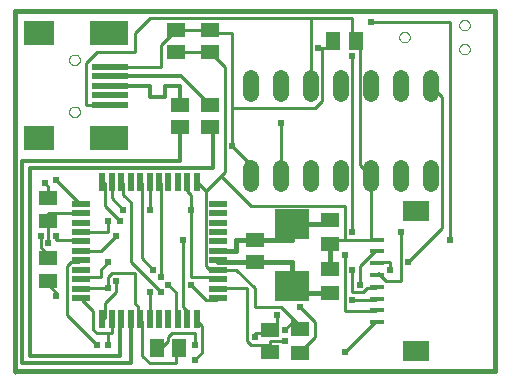
<source format=gtl>
G75*
%MOIN*%
%OFA0B0*%
%FSLAX25Y25*%
%IPPOS*%
%LPD*%
%AMOC8*
5,1,8,0,0,1.08239X$1,22.5*
%
%ADD10C,0.00000*%
%ADD11C,0.01600*%
%ADD12R,0.06299X0.05118*%
%ADD13R,0.05118X0.06299*%
%ADD14R,0.01969X0.05906*%
%ADD15R,0.05906X0.01969*%
%ADD16R,0.11811X0.09843*%
%ADD17R,0.09843X0.07874*%
%ADD18R,0.12992X0.07874*%
%ADD19R,0.12205X0.01969*%
%ADD20R,0.05906X0.05118*%
%ADD21C,0.05200*%
%ADD22R,0.05118X0.05906*%
%ADD23R,0.05118X0.01181*%
%ADD24R,0.08661X0.07087*%
%ADD25C,0.01000*%
%ADD26C,0.02400*%
%ADD27C,0.01200*%
D10*
X0004500Y0001000D02*
X0004500Y0002000D01*
X0022728Y0088339D02*
X0022730Y0088423D01*
X0022736Y0088506D01*
X0022746Y0088589D01*
X0022760Y0088672D01*
X0022777Y0088754D01*
X0022799Y0088835D01*
X0022824Y0088914D01*
X0022853Y0088993D01*
X0022886Y0089070D01*
X0022922Y0089145D01*
X0022962Y0089219D01*
X0023005Y0089291D01*
X0023052Y0089360D01*
X0023102Y0089427D01*
X0023155Y0089492D01*
X0023211Y0089554D01*
X0023269Y0089614D01*
X0023331Y0089671D01*
X0023395Y0089724D01*
X0023462Y0089775D01*
X0023531Y0089822D01*
X0023602Y0089867D01*
X0023675Y0089907D01*
X0023750Y0089944D01*
X0023827Y0089978D01*
X0023905Y0090008D01*
X0023984Y0090034D01*
X0024065Y0090057D01*
X0024147Y0090075D01*
X0024229Y0090090D01*
X0024312Y0090101D01*
X0024395Y0090108D01*
X0024479Y0090111D01*
X0024563Y0090110D01*
X0024646Y0090105D01*
X0024730Y0090096D01*
X0024812Y0090083D01*
X0024894Y0090067D01*
X0024975Y0090046D01*
X0025056Y0090022D01*
X0025134Y0089994D01*
X0025212Y0089962D01*
X0025288Y0089926D01*
X0025362Y0089887D01*
X0025434Y0089845D01*
X0025504Y0089799D01*
X0025572Y0089750D01*
X0025637Y0089698D01*
X0025700Y0089643D01*
X0025760Y0089585D01*
X0025818Y0089524D01*
X0025872Y0089460D01*
X0025924Y0089394D01*
X0025972Y0089326D01*
X0026017Y0089255D01*
X0026058Y0089182D01*
X0026097Y0089108D01*
X0026131Y0089032D01*
X0026162Y0088954D01*
X0026189Y0088875D01*
X0026213Y0088794D01*
X0026232Y0088713D01*
X0026248Y0088631D01*
X0026260Y0088548D01*
X0026268Y0088464D01*
X0026272Y0088381D01*
X0026272Y0088297D01*
X0026268Y0088214D01*
X0026260Y0088130D01*
X0026248Y0088047D01*
X0026232Y0087965D01*
X0026213Y0087884D01*
X0026189Y0087803D01*
X0026162Y0087724D01*
X0026131Y0087646D01*
X0026097Y0087570D01*
X0026058Y0087496D01*
X0026017Y0087423D01*
X0025972Y0087352D01*
X0025924Y0087284D01*
X0025872Y0087218D01*
X0025818Y0087154D01*
X0025760Y0087093D01*
X0025700Y0087035D01*
X0025637Y0086980D01*
X0025572Y0086928D01*
X0025504Y0086879D01*
X0025434Y0086833D01*
X0025362Y0086791D01*
X0025288Y0086752D01*
X0025212Y0086716D01*
X0025134Y0086684D01*
X0025056Y0086656D01*
X0024975Y0086632D01*
X0024894Y0086611D01*
X0024812Y0086595D01*
X0024730Y0086582D01*
X0024646Y0086573D01*
X0024563Y0086568D01*
X0024479Y0086567D01*
X0024395Y0086570D01*
X0024312Y0086577D01*
X0024229Y0086588D01*
X0024147Y0086603D01*
X0024065Y0086621D01*
X0023984Y0086644D01*
X0023905Y0086670D01*
X0023827Y0086700D01*
X0023750Y0086734D01*
X0023675Y0086771D01*
X0023602Y0086811D01*
X0023531Y0086856D01*
X0023462Y0086903D01*
X0023395Y0086954D01*
X0023331Y0087007D01*
X0023269Y0087064D01*
X0023211Y0087124D01*
X0023155Y0087186D01*
X0023102Y0087251D01*
X0023052Y0087318D01*
X0023005Y0087387D01*
X0022962Y0087459D01*
X0022922Y0087533D01*
X0022886Y0087608D01*
X0022853Y0087685D01*
X0022824Y0087764D01*
X0022799Y0087843D01*
X0022777Y0087924D01*
X0022760Y0088006D01*
X0022746Y0088089D01*
X0022736Y0088172D01*
X0022730Y0088255D01*
X0022728Y0088339D01*
X0022728Y0105661D02*
X0022730Y0105745D01*
X0022736Y0105828D01*
X0022746Y0105911D01*
X0022760Y0105994D01*
X0022777Y0106076D01*
X0022799Y0106157D01*
X0022824Y0106236D01*
X0022853Y0106315D01*
X0022886Y0106392D01*
X0022922Y0106467D01*
X0022962Y0106541D01*
X0023005Y0106613D01*
X0023052Y0106682D01*
X0023102Y0106749D01*
X0023155Y0106814D01*
X0023211Y0106876D01*
X0023269Y0106936D01*
X0023331Y0106993D01*
X0023395Y0107046D01*
X0023462Y0107097D01*
X0023531Y0107144D01*
X0023602Y0107189D01*
X0023675Y0107229D01*
X0023750Y0107266D01*
X0023827Y0107300D01*
X0023905Y0107330D01*
X0023984Y0107356D01*
X0024065Y0107379D01*
X0024147Y0107397D01*
X0024229Y0107412D01*
X0024312Y0107423D01*
X0024395Y0107430D01*
X0024479Y0107433D01*
X0024563Y0107432D01*
X0024646Y0107427D01*
X0024730Y0107418D01*
X0024812Y0107405D01*
X0024894Y0107389D01*
X0024975Y0107368D01*
X0025056Y0107344D01*
X0025134Y0107316D01*
X0025212Y0107284D01*
X0025288Y0107248D01*
X0025362Y0107209D01*
X0025434Y0107167D01*
X0025504Y0107121D01*
X0025572Y0107072D01*
X0025637Y0107020D01*
X0025700Y0106965D01*
X0025760Y0106907D01*
X0025818Y0106846D01*
X0025872Y0106782D01*
X0025924Y0106716D01*
X0025972Y0106648D01*
X0026017Y0106577D01*
X0026058Y0106504D01*
X0026097Y0106430D01*
X0026131Y0106354D01*
X0026162Y0106276D01*
X0026189Y0106197D01*
X0026213Y0106116D01*
X0026232Y0106035D01*
X0026248Y0105953D01*
X0026260Y0105870D01*
X0026268Y0105786D01*
X0026272Y0105703D01*
X0026272Y0105619D01*
X0026268Y0105536D01*
X0026260Y0105452D01*
X0026248Y0105369D01*
X0026232Y0105287D01*
X0026213Y0105206D01*
X0026189Y0105125D01*
X0026162Y0105046D01*
X0026131Y0104968D01*
X0026097Y0104892D01*
X0026058Y0104818D01*
X0026017Y0104745D01*
X0025972Y0104674D01*
X0025924Y0104606D01*
X0025872Y0104540D01*
X0025818Y0104476D01*
X0025760Y0104415D01*
X0025700Y0104357D01*
X0025637Y0104302D01*
X0025572Y0104250D01*
X0025504Y0104201D01*
X0025434Y0104155D01*
X0025362Y0104113D01*
X0025288Y0104074D01*
X0025212Y0104038D01*
X0025134Y0104006D01*
X0025056Y0103978D01*
X0024975Y0103954D01*
X0024894Y0103933D01*
X0024812Y0103917D01*
X0024730Y0103904D01*
X0024646Y0103895D01*
X0024563Y0103890D01*
X0024479Y0103889D01*
X0024395Y0103892D01*
X0024312Y0103899D01*
X0024229Y0103910D01*
X0024147Y0103925D01*
X0024065Y0103943D01*
X0023984Y0103966D01*
X0023905Y0103992D01*
X0023827Y0104022D01*
X0023750Y0104056D01*
X0023675Y0104093D01*
X0023602Y0104133D01*
X0023531Y0104178D01*
X0023462Y0104225D01*
X0023395Y0104276D01*
X0023331Y0104329D01*
X0023269Y0104386D01*
X0023211Y0104446D01*
X0023155Y0104508D01*
X0023102Y0104573D01*
X0023052Y0104640D01*
X0023005Y0104709D01*
X0022962Y0104781D01*
X0022922Y0104855D01*
X0022886Y0104930D01*
X0022853Y0105007D01*
X0022824Y0105086D01*
X0022799Y0105165D01*
X0022777Y0105246D01*
X0022760Y0105328D01*
X0022746Y0105411D01*
X0022736Y0105494D01*
X0022730Y0105577D01*
X0022728Y0105661D01*
X0132750Y0113250D02*
X0132752Y0113333D01*
X0132758Y0113416D01*
X0132768Y0113499D01*
X0132782Y0113581D01*
X0132799Y0113663D01*
X0132821Y0113743D01*
X0132846Y0113822D01*
X0132875Y0113900D01*
X0132908Y0113977D01*
X0132945Y0114052D01*
X0132984Y0114125D01*
X0133028Y0114196D01*
X0133074Y0114265D01*
X0133124Y0114332D01*
X0133177Y0114396D01*
X0133233Y0114458D01*
X0133292Y0114517D01*
X0133354Y0114573D01*
X0133418Y0114626D01*
X0133485Y0114676D01*
X0133554Y0114722D01*
X0133625Y0114766D01*
X0133698Y0114805D01*
X0133773Y0114842D01*
X0133850Y0114875D01*
X0133928Y0114904D01*
X0134007Y0114929D01*
X0134087Y0114951D01*
X0134169Y0114968D01*
X0134251Y0114982D01*
X0134334Y0114992D01*
X0134417Y0114998D01*
X0134500Y0115000D01*
X0134583Y0114998D01*
X0134666Y0114992D01*
X0134749Y0114982D01*
X0134831Y0114968D01*
X0134913Y0114951D01*
X0134993Y0114929D01*
X0135072Y0114904D01*
X0135150Y0114875D01*
X0135227Y0114842D01*
X0135302Y0114805D01*
X0135375Y0114766D01*
X0135446Y0114722D01*
X0135515Y0114676D01*
X0135582Y0114626D01*
X0135646Y0114573D01*
X0135708Y0114517D01*
X0135767Y0114458D01*
X0135823Y0114396D01*
X0135876Y0114332D01*
X0135926Y0114265D01*
X0135972Y0114196D01*
X0136016Y0114125D01*
X0136055Y0114052D01*
X0136092Y0113977D01*
X0136125Y0113900D01*
X0136154Y0113822D01*
X0136179Y0113743D01*
X0136201Y0113663D01*
X0136218Y0113581D01*
X0136232Y0113499D01*
X0136242Y0113416D01*
X0136248Y0113333D01*
X0136250Y0113250D01*
X0136248Y0113167D01*
X0136242Y0113084D01*
X0136232Y0113001D01*
X0136218Y0112919D01*
X0136201Y0112837D01*
X0136179Y0112757D01*
X0136154Y0112678D01*
X0136125Y0112600D01*
X0136092Y0112523D01*
X0136055Y0112448D01*
X0136016Y0112375D01*
X0135972Y0112304D01*
X0135926Y0112235D01*
X0135876Y0112168D01*
X0135823Y0112104D01*
X0135767Y0112042D01*
X0135708Y0111983D01*
X0135646Y0111927D01*
X0135582Y0111874D01*
X0135515Y0111824D01*
X0135446Y0111778D01*
X0135375Y0111734D01*
X0135302Y0111695D01*
X0135227Y0111658D01*
X0135150Y0111625D01*
X0135072Y0111596D01*
X0134993Y0111571D01*
X0134913Y0111549D01*
X0134831Y0111532D01*
X0134749Y0111518D01*
X0134666Y0111508D01*
X0134583Y0111502D01*
X0134500Y0111500D01*
X0134417Y0111502D01*
X0134334Y0111508D01*
X0134251Y0111518D01*
X0134169Y0111532D01*
X0134087Y0111549D01*
X0134007Y0111571D01*
X0133928Y0111596D01*
X0133850Y0111625D01*
X0133773Y0111658D01*
X0133698Y0111695D01*
X0133625Y0111734D01*
X0133554Y0111778D01*
X0133485Y0111824D01*
X0133418Y0111874D01*
X0133354Y0111927D01*
X0133292Y0111983D01*
X0133233Y0112042D01*
X0133177Y0112104D01*
X0133124Y0112168D01*
X0133074Y0112235D01*
X0133028Y0112304D01*
X0132984Y0112375D01*
X0132945Y0112448D01*
X0132908Y0112523D01*
X0132875Y0112600D01*
X0132846Y0112678D01*
X0132821Y0112757D01*
X0132799Y0112837D01*
X0132782Y0112919D01*
X0132768Y0113001D01*
X0132758Y0113084D01*
X0132752Y0113167D01*
X0132750Y0113250D01*
X0152750Y0109250D02*
X0152752Y0109333D01*
X0152758Y0109416D01*
X0152768Y0109499D01*
X0152782Y0109581D01*
X0152799Y0109663D01*
X0152821Y0109743D01*
X0152846Y0109822D01*
X0152875Y0109900D01*
X0152908Y0109977D01*
X0152945Y0110052D01*
X0152984Y0110125D01*
X0153028Y0110196D01*
X0153074Y0110265D01*
X0153124Y0110332D01*
X0153177Y0110396D01*
X0153233Y0110458D01*
X0153292Y0110517D01*
X0153354Y0110573D01*
X0153418Y0110626D01*
X0153485Y0110676D01*
X0153554Y0110722D01*
X0153625Y0110766D01*
X0153698Y0110805D01*
X0153773Y0110842D01*
X0153850Y0110875D01*
X0153928Y0110904D01*
X0154007Y0110929D01*
X0154087Y0110951D01*
X0154169Y0110968D01*
X0154251Y0110982D01*
X0154334Y0110992D01*
X0154417Y0110998D01*
X0154500Y0111000D01*
X0154583Y0110998D01*
X0154666Y0110992D01*
X0154749Y0110982D01*
X0154831Y0110968D01*
X0154913Y0110951D01*
X0154993Y0110929D01*
X0155072Y0110904D01*
X0155150Y0110875D01*
X0155227Y0110842D01*
X0155302Y0110805D01*
X0155375Y0110766D01*
X0155446Y0110722D01*
X0155515Y0110676D01*
X0155582Y0110626D01*
X0155646Y0110573D01*
X0155708Y0110517D01*
X0155767Y0110458D01*
X0155823Y0110396D01*
X0155876Y0110332D01*
X0155926Y0110265D01*
X0155972Y0110196D01*
X0156016Y0110125D01*
X0156055Y0110052D01*
X0156092Y0109977D01*
X0156125Y0109900D01*
X0156154Y0109822D01*
X0156179Y0109743D01*
X0156201Y0109663D01*
X0156218Y0109581D01*
X0156232Y0109499D01*
X0156242Y0109416D01*
X0156248Y0109333D01*
X0156250Y0109250D01*
X0156248Y0109167D01*
X0156242Y0109084D01*
X0156232Y0109001D01*
X0156218Y0108919D01*
X0156201Y0108837D01*
X0156179Y0108757D01*
X0156154Y0108678D01*
X0156125Y0108600D01*
X0156092Y0108523D01*
X0156055Y0108448D01*
X0156016Y0108375D01*
X0155972Y0108304D01*
X0155926Y0108235D01*
X0155876Y0108168D01*
X0155823Y0108104D01*
X0155767Y0108042D01*
X0155708Y0107983D01*
X0155646Y0107927D01*
X0155582Y0107874D01*
X0155515Y0107824D01*
X0155446Y0107778D01*
X0155375Y0107734D01*
X0155302Y0107695D01*
X0155227Y0107658D01*
X0155150Y0107625D01*
X0155072Y0107596D01*
X0154993Y0107571D01*
X0154913Y0107549D01*
X0154831Y0107532D01*
X0154749Y0107518D01*
X0154666Y0107508D01*
X0154583Y0107502D01*
X0154500Y0107500D01*
X0154417Y0107502D01*
X0154334Y0107508D01*
X0154251Y0107518D01*
X0154169Y0107532D01*
X0154087Y0107549D01*
X0154007Y0107571D01*
X0153928Y0107596D01*
X0153850Y0107625D01*
X0153773Y0107658D01*
X0153698Y0107695D01*
X0153625Y0107734D01*
X0153554Y0107778D01*
X0153485Y0107824D01*
X0153418Y0107874D01*
X0153354Y0107927D01*
X0153292Y0107983D01*
X0153233Y0108042D01*
X0153177Y0108104D01*
X0153124Y0108168D01*
X0153074Y0108235D01*
X0153028Y0108304D01*
X0152984Y0108375D01*
X0152945Y0108448D01*
X0152908Y0108523D01*
X0152875Y0108600D01*
X0152846Y0108678D01*
X0152821Y0108757D01*
X0152799Y0108837D01*
X0152782Y0108919D01*
X0152768Y0109001D01*
X0152758Y0109084D01*
X0152752Y0109167D01*
X0152750Y0109250D01*
X0152750Y0117250D02*
X0152752Y0117333D01*
X0152758Y0117416D01*
X0152768Y0117499D01*
X0152782Y0117581D01*
X0152799Y0117663D01*
X0152821Y0117743D01*
X0152846Y0117822D01*
X0152875Y0117900D01*
X0152908Y0117977D01*
X0152945Y0118052D01*
X0152984Y0118125D01*
X0153028Y0118196D01*
X0153074Y0118265D01*
X0153124Y0118332D01*
X0153177Y0118396D01*
X0153233Y0118458D01*
X0153292Y0118517D01*
X0153354Y0118573D01*
X0153418Y0118626D01*
X0153485Y0118676D01*
X0153554Y0118722D01*
X0153625Y0118766D01*
X0153698Y0118805D01*
X0153773Y0118842D01*
X0153850Y0118875D01*
X0153928Y0118904D01*
X0154007Y0118929D01*
X0154087Y0118951D01*
X0154169Y0118968D01*
X0154251Y0118982D01*
X0154334Y0118992D01*
X0154417Y0118998D01*
X0154500Y0119000D01*
X0154583Y0118998D01*
X0154666Y0118992D01*
X0154749Y0118982D01*
X0154831Y0118968D01*
X0154913Y0118951D01*
X0154993Y0118929D01*
X0155072Y0118904D01*
X0155150Y0118875D01*
X0155227Y0118842D01*
X0155302Y0118805D01*
X0155375Y0118766D01*
X0155446Y0118722D01*
X0155515Y0118676D01*
X0155582Y0118626D01*
X0155646Y0118573D01*
X0155708Y0118517D01*
X0155767Y0118458D01*
X0155823Y0118396D01*
X0155876Y0118332D01*
X0155926Y0118265D01*
X0155972Y0118196D01*
X0156016Y0118125D01*
X0156055Y0118052D01*
X0156092Y0117977D01*
X0156125Y0117900D01*
X0156154Y0117822D01*
X0156179Y0117743D01*
X0156201Y0117663D01*
X0156218Y0117581D01*
X0156232Y0117499D01*
X0156242Y0117416D01*
X0156248Y0117333D01*
X0156250Y0117250D01*
X0156248Y0117167D01*
X0156242Y0117084D01*
X0156232Y0117001D01*
X0156218Y0116919D01*
X0156201Y0116837D01*
X0156179Y0116757D01*
X0156154Y0116678D01*
X0156125Y0116600D01*
X0156092Y0116523D01*
X0156055Y0116448D01*
X0156016Y0116375D01*
X0155972Y0116304D01*
X0155926Y0116235D01*
X0155876Y0116168D01*
X0155823Y0116104D01*
X0155767Y0116042D01*
X0155708Y0115983D01*
X0155646Y0115927D01*
X0155582Y0115874D01*
X0155515Y0115824D01*
X0155446Y0115778D01*
X0155375Y0115734D01*
X0155302Y0115695D01*
X0155227Y0115658D01*
X0155150Y0115625D01*
X0155072Y0115596D01*
X0154993Y0115571D01*
X0154913Y0115549D01*
X0154831Y0115532D01*
X0154749Y0115518D01*
X0154666Y0115508D01*
X0154583Y0115502D01*
X0154500Y0115500D01*
X0154417Y0115502D01*
X0154334Y0115508D01*
X0154251Y0115518D01*
X0154169Y0115532D01*
X0154087Y0115549D01*
X0154007Y0115571D01*
X0153928Y0115596D01*
X0153850Y0115625D01*
X0153773Y0115658D01*
X0153698Y0115695D01*
X0153625Y0115734D01*
X0153554Y0115778D01*
X0153485Y0115824D01*
X0153418Y0115874D01*
X0153354Y0115927D01*
X0153292Y0115983D01*
X0153233Y0116042D01*
X0153177Y0116104D01*
X0153124Y0116168D01*
X0153074Y0116235D01*
X0153028Y0116304D01*
X0152984Y0116375D01*
X0152945Y0116448D01*
X0152908Y0116523D01*
X0152875Y0116600D01*
X0152846Y0116678D01*
X0152821Y0116757D01*
X0152799Y0116837D01*
X0152782Y0116919D01*
X0152768Y0117001D01*
X0152758Y0117084D01*
X0152752Y0117167D01*
X0152750Y0117250D01*
D11*
X0164500Y0122000D02*
X0164500Y0002000D01*
X0004500Y0002000D01*
X0004500Y0122000D01*
X0164500Y0122000D01*
X0109500Y0052187D02*
X0109500Y0050848D01*
X0097000Y0050848D01*
X0097000Y0045740D01*
X0084500Y0045740D01*
X0078250Y0045740D01*
X0078250Y0042000D01*
X0072335Y0042000D01*
X0072335Y0038850D02*
X0072335Y0038250D01*
X0078250Y0038250D01*
X0078250Y0038260D01*
X0084500Y0038260D01*
X0097000Y0038260D01*
X0097000Y0030258D01*
X0097000Y0028063D01*
X0109500Y0028063D01*
X0109500Y0035937D02*
X0109500Y0044313D01*
X0036311Y0097000D02*
X0034500Y0097000D01*
D12*
X0059500Y0090740D03*
X0069500Y0090740D03*
X0069500Y0083260D03*
X0059500Y0083260D03*
X0069500Y0108260D03*
X0069500Y0115740D03*
X0015750Y0059490D03*
X0015750Y0052010D03*
X0015750Y0039687D03*
X0015750Y0031813D03*
X0084500Y0038260D03*
X0084500Y0045740D03*
X0109500Y0044313D03*
X0109500Y0052187D03*
X0109500Y0035937D03*
X0109500Y0028063D03*
X0099500Y0015937D03*
X0089500Y0015740D03*
X0089500Y0008260D03*
X0099500Y0008063D03*
D13*
X0059490Y0009500D03*
X0052010Y0009500D03*
D14*
X0052650Y0019165D03*
X0055799Y0019165D03*
X0058949Y0019165D03*
X0062098Y0019165D03*
X0065248Y0019165D03*
X0049500Y0019165D03*
X0046350Y0019165D03*
X0043201Y0019165D03*
X0040051Y0019165D03*
X0036902Y0019165D03*
X0033752Y0019165D03*
X0033752Y0064835D03*
X0036902Y0064835D03*
X0040051Y0064835D03*
X0043201Y0064835D03*
X0046350Y0064835D03*
X0049500Y0064835D03*
X0052650Y0064835D03*
X0055799Y0064835D03*
X0058949Y0064835D03*
X0062098Y0064835D03*
X0065248Y0064835D03*
D15*
X0072335Y0057748D03*
X0072335Y0054598D03*
X0072335Y0051449D03*
X0072335Y0048299D03*
X0072335Y0045150D03*
X0072335Y0042000D03*
X0072335Y0038850D03*
X0072335Y0035701D03*
X0072335Y0032551D03*
X0072335Y0029402D03*
X0072335Y0026252D03*
X0026665Y0026252D03*
X0026665Y0029402D03*
X0026665Y0032551D03*
X0026665Y0035701D03*
X0026665Y0038850D03*
X0026665Y0042000D03*
X0026665Y0045150D03*
X0026665Y0048299D03*
X0026665Y0051449D03*
X0026665Y0054598D03*
X0026665Y0057748D03*
D16*
X0097000Y0050848D03*
X0097000Y0030258D03*
D17*
X0012689Y0079480D03*
X0012689Y0114520D03*
D18*
X0035917Y0114520D03*
X0035917Y0079480D03*
D19*
X0036311Y0090701D03*
X0036311Y0093850D03*
X0036311Y0097000D03*
X0036311Y0100150D03*
X0036311Y0103299D03*
D20*
X0058250Y0108260D03*
X0058250Y0115740D03*
D21*
X0083250Y0099600D02*
X0083250Y0094400D01*
X0093250Y0094400D02*
X0093250Y0099600D01*
X0103250Y0099600D02*
X0103250Y0094400D01*
X0113250Y0094400D02*
X0113250Y0099600D01*
X0123250Y0099600D02*
X0123250Y0094400D01*
X0133250Y0094400D02*
X0133250Y0099600D01*
X0143250Y0099600D02*
X0143250Y0094400D01*
X0143250Y0069600D02*
X0143250Y0064400D01*
X0133250Y0064400D02*
X0133250Y0069600D01*
X0123250Y0069600D02*
X0123250Y0064400D01*
X0113250Y0064400D02*
X0113250Y0069600D01*
X0103250Y0069600D02*
X0103250Y0064400D01*
X0093250Y0064400D02*
X0093250Y0069600D01*
X0083250Y0069600D02*
X0083250Y0064400D01*
D22*
X0110760Y0112000D03*
X0118240Y0112000D03*
D23*
X0125455Y0045780D03*
X0125455Y0041843D03*
X0125455Y0037906D03*
X0125455Y0033969D03*
X0125455Y0030031D03*
X0125455Y0026094D03*
X0125455Y0022157D03*
X0125455Y0018220D03*
D24*
X0138250Y0008772D03*
X0138250Y0055228D03*
D25*
X0147000Y0049500D02*
X0147000Y0093250D01*
X0143250Y0097000D01*
X0119500Y0110750D02*
X0119500Y0070750D01*
X0123250Y0067000D01*
X0123250Y0045750D01*
X0125455Y0045780D01*
X0124500Y0045750D01*
X0123250Y0045750D01*
X0114500Y0045750D01*
X0114500Y0057000D01*
X0083250Y0057000D01*
X0073250Y0067000D01*
X0074500Y0068250D01*
X0074500Y0103250D01*
X0069500Y0108250D01*
X0069500Y0108260D01*
X0069500Y0108250D02*
X0058250Y0108250D01*
X0058250Y0108260D01*
X0053250Y0110750D02*
X0058250Y0115750D01*
X0058250Y0115740D01*
X0058250Y0115750D02*
X0069500Y0115750D01*
X0069500Y0115740D01*
X0069500Y0114500D01*
X0077000Y0114500D01*
X0077000Y0089500D01*
X0104500Y0089500D01*
X0107000Y0092000D01*
X0107000Y0109500D01*
X0105750Y0109500D01*
X0107000Y0109500D02*
X0110750Y0109500D01*
X0110750Y0112000D01*
X0110760Y0112000D01*
X0117000Y0112000D02*
X0118240Y0112000D01*
X0118250Y0112000D01*
X0119500Y0110750D01*
X0117000Y0112000D02*
X0117000Y0119500D01*
X0103250Y0119500D01*
X0103250Y0097000D01*
X0117000Y0107000D02*
X0117000Y0048250D01*
X0114500Y0045750D02*
X0109500Y0045750D01*
X0109500Y0044313D01*
X0114500Y0040750D02*
X0114500Y0022000D01*
X0124500Y0022000D01*
X0125455Y0022157D01*
X0124500Y0025750D02*
X0125455Y0026094D01*
X0124500Y0025750D02*
X0117000Y0025750D01*
X0117000Y0028250D02*
X0117000Y0035750D01*
X0119500Y0037000D02*
X0119500Y0030750D01*
X0120750Y0028250D02*
X0117000Y0028250D01*
X0120750Y0028250D02*
X0122000Y0029500D01*
X0124500Y0029500D01*
X0125455Y0030031D01*
X0128250Y0032000D02*
X0133250Y0032000D01*
X0133250Y0048250D01*
X0125455Y0041843D02*
X0124500Y0042000D01*
X0119500Y0037000D01*
X0125455Y0037906D02*
X0125750Y0038250D01*
X0129500Y0038250D01*
X0129500Y0035750D01*
X0125750Y0034500D02*
X0125455Y0033969D01*
X0125750Y0034500D02*
X0128250Y0032000D01*
X0135750Y0038250D02*
X0147000Y0049500D01*
X0149500Y0045750D02*
X0149500Y0118250D01*
X0123250Y0118250D01*
X0103250Y0119500D02*
X0049500Y0119500D01*
X0044500Y0114500D01*
X0044500Y0108250D01*
X0032000Y0108250D01*
X0028250Y0104500D01*
X0028250Y0090750D01*
X0035750Y0090750D01*
X0036311Y0090701D01*
X0037000Y0103250D02*
X0036311Y0103299D01*
X0037000Y0103250D02*
X0053250Y0103250D01*
X0053250Y0110750D01*
X0077000Y0089500D02*
X0077000Y0077000D01*
X0083250Y0070750D01*
X0083250Y0067000D01*
X0073250Y0067000D02*
X0068250Y0062000D01*
X0068250Y0037000D01*
X0069500Y0035750D01*
X0072000Y0035750D01*
X0072335Y0035701D01*
X0073250Y0035750D01*
X0078250Y0035750D01*
X0084500Y0029500D01*
X0084500Y0023250D01*
X0093250Y0023250D01*
X0097000Y0019500D01*
X0097000Y0018250D01*
X0094500Y0015750D01*
X0092000Y0018250D02*
X0089500Y0015750D01*
X0089500Y0015740D01*
X0089500Y0014500D01*
X0084500Y0014500D01*
X0084500Y0013250D01*
X0083250Y0010750D02*
X0089500Y0010750D01*
X0089500Y0012000D01*
X0094500Y0012000D01*
X0089500Y0010750D02*
X0089500Y0008260D01*
X0089500Y0009500D01*
X0083250Y0010750D02*
X0082000Y0012000D01*
X0082000Y0029500D01*
X0073250Y0029500D01*
X0072335Y0029402D01*
X0072335Y0032551D02*
X0072000Y0033250D01*
X0063250Y0033250D01*
X0063250Y0055750D01*
X0063250Y0060750D01*
X0062000Y0062000D01*
X0062000Y0064500D01*
X0062098Y0064835D01*
X0065248Y0064835D02*
X0065750Y0064500D01*
X0068250Y0062000D01*
X0053250Y0064500D02*
X0052650Y0064835D01*
X0053250Y0064500D02*
X0053250Y0033250D01*
X0055750Y0030750D02*
X0058250Y0028250D01*
X0058250Y0019500D01*
X0058949Y0019165D01*
X0062000Y0019500D02*
X0062098Y0019165D01*
X0062000Y0019500D02*
X0062000Y0022000D01*
X0060750Y0023250D01*
X0060750Y0045750D01*
X0050750Y0035750D02*
X0047000Y0039500D01*
X0047000Y0064500D01*
X0046350Y0064835D01*
X0049500Y0064835D02*
X0049500Y0055750D01*
X0043250Y0058250D02*
X0040750Y0060750D01*
X0040750Y0064500D01*
X0040051Y0064835D01*
X0037000Y0064500D02*
X0036902Y0064835D01*
X0037000Y0064500D02*
X0037000Y0059500D01*
X0040750Y0055750D01*
X0043250Y0058250D02*
X0043250Y0038250D01*
X0053250Y0028250D01*
X0049500Y0028250D02*
X0049500Y0019165D01*
X0047000Y0018250D02*
X0046350Y0019165D01*
X0045750Y0019500D01*
X0045750Y0023250D01*
X0044500Y0024500D01*
X0044500Y0034500D01*
X0037000Y0034500D01*
X0035750Y0033250D01*
X0035750Y0029500D01*
X0027000Y0029500D01*
X0026665Y0029402D01*
X0026665Y0032551D02*
X0027000Y0033250D01*
X0033250Y0033250D01*
X0033250Y0035750D01*
X0035750Y0038250D01*
X0033250Y0042000D02*
X0026665Y0042000D01*
X0026665Y0038850D02*
X0025750Y0038250D01*
X0023250Y0038250D01*
X0022000Y0037000D01*
X0022000Y0020750D01*
X0032000Y0010750D01*
X0035750Y0010750D02*
X0035750Y0014500D01*
X0032000Y0014500D01*
X0030750Y0015750D01*
X0030750Y0022000D01*
X0027000Y0025750D01*
X0026665Y0026252D01*
X0034500Y0024500D02*
X0034500Y0019500D01*
X0033752Y0019165D01*
X0036902Y0019165D02*
X0037000Y0018250D01*
X0037000Y0014500D01*
X0035750Y0014500D01*
X0047000Y0018250D02*
X0047000Y0007000D01*
X0049500Y0004500D01*
X0058250Y0004500D01*
X0058250Y0009500D01*
X0059490Y0009500D01*
X0055750Y0012000D02*
X0055750Y0013250D01*
X0057000Y0014500D01*
X0064500Y0014500D01*
X0064500Y0010750D01*
X0067000Y0008250D02*
X0067000Y0017000D01*
X0065750Y0018250D01*
X0065248Y0019165D01*
X0068250Y0025750D02*
X0072000Y0025750D01*
X0072335Y0026252D01*
X0068250Y0025750D02*
X0063250Y0030750D01*
X0038250Y0032000D02*
X0038250Y0028250D01*
X0034500Y0024500D01*
X0018250Y0027000D02*
X0018250Y0028250D01*
X0015750Y0030750D01*
X0015750Y0031813D01*
X0015750Y0039687D02*
X0015750Y0040750D01*
X0013250Y0043250D01*
X0013250Y0047000D01*
X0015750Y0044500D02*
X0015750Y0052010D01*
X0015750Y0054500D01*
X0025750Y0054500D01*
X0026665Y0054598D01*
X0026665Y0057748D02*
X0025750Y0058250D01*
X0018250Y0065750D01*
X0015750Y0063250D02*
X0015750Y0059490D01*
X0015750Y0063250D02*
X0014500Y0064500D01*
X0033752Y0064835D02*
X0034500Y0064500D01*
X0034500Y0057000D01*
X0039500Y0052000D01*
X0035750Y0052000D02*
X0035750Y0048250D01*
X0027000Y0048250D01*
X0026665Y0048299D01*
X0025750Y0045750D02*
X0026665Y0045150D01*
X0025750Y0045750D02*
X0018250Y0045750D01*
X0018250Y0047000D01*
X0033250Y0042000D02*
X0038250Y0047000D01*
X0092000Y0020750D02*
X0092000Y0018250D01*
X0097000Y0019500D02*
X0099500Y0017000D01*
X0099500Y0015937D01*
X0104500Y0018250D02*
X0104500Y0013250D01*
X0099500Y0008250D01*
X0099500Y0008063D01*
X0104500Y0018250D02*
X0099500Y0023250D01*
X0114500Y0008250D02*
X0124500Y0018250D01*
X0125455Y0018220D01*
X0067000Y0008250D02*
X0064500Y0005750D01*
X0055750Y0012000D02*
X0053250Y0009500D01*
X0052010Y0009500D01*
X0093250Y0067000D02*
X0093250Y0084500D01*
D26*
X0093250Y0084500D03*
X0077000Y0077000D03*
X0063250Y0055750D03*
X0060750Y0045750D03*
X0049500Y0055750D03*
X0040750Y0055750D03*
X0039500Y0052000D03*
X0035750Y0052000D03*
X0038250Y0047000D03*
X0035750Y0038250D03*
X0038250Y0032000D03*
X0035750Y0029500D03*
X0049500Y0028250D03*
X0053250Y0028250D03*
X0055750Y0030750D03*
X0053250Y0033250D03*
X0050750Y0035750D03*
X0063250Y0030750D03*
X0084500Y0013250D03*
X0094500Y0012000D03*
X0094500Y0015750D03*
X0092000Y0020750D03*
X0099500Y0023250D03*
X0117000Y0025750D03*
X0119500Y0030750D03*
X0117000Y0035750D03*
X0114500Y0040750D03*
X0117000Y0048250D03*
X0133250Y0048250D03*
X0135750Y0038250D03*
X0129500Y0035750D03*
X0149500Y0045750D03*
X0114500Y0008250D03*
X0064500Y0005750D03*
X0064500Y0010750D03*
X0035750Y0010750D03*
X0032000Y0010750D03*
X0018250Y0027000D03*
X0015750Y0044500D03*
X0013250Y0047000D03*
X0018250Y0047000D03*
X0014500Y0064500D03*
X0018250Y0065750D03*
X0105750Y0109500D03*
X0117000Y0107000D03*
X0123250Y0118250D03*
D27*
X0069500Y0090740D02*
X0060091Y0100150D01*
X0036311Y0100150D01*
X0036311Y0097000D02*
X0049500Y0097000D01*
X0049500Y0093250D01*
X0054500Y0093250D01*
X0054500Y0097000D01*
X0059500Y0097000D01*
X0059500Y0090740D01*
X0059500Y0083260D02*
X0059500Y0072000D01*
X0007000Y0072000D01*
X0007000Y0004500D01*
X0043250Y0004500D01*
X0043250Y0019116D01*
X0043201Y0019165D01*
X0040051Y0019165D02*
X0039500Y0018614D01*
X0039500Y0007000D01*
X0009500Y0007000D01*
X0009500Y0069500D01*
X0070750Y0069500D01*
X0070750Y0083250D01*
X0069510Y0083250D01*
X0069500Y0083260D01*
M02*

</source>
